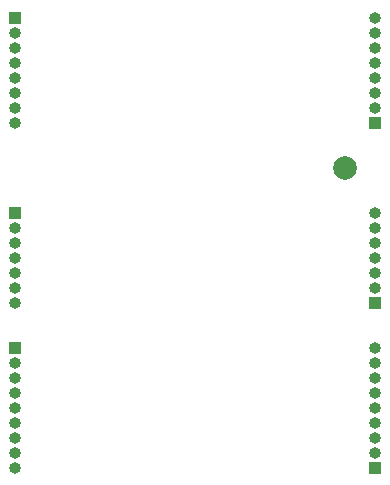
<source format=gbr>
%TF.GenerationSoftware,KiCad,Pcbnew,(5.1.10)-1*%
%TF.CreationDate,2021-12-23T09:49:10-08:00*%
%TF.ProjectId,ats-remote,6174732d-7265-46d6-9f74-652e6b696361,rev?*%
%TF.SameCoordinates,Original*%
%TF.FileFunction,Copper,L2,Bot*%
%TF.FilePolarity,Positive*%
%FSLAX46Y46*%
G04 Gerber Fmt 4.6, Leading zero omitted, Abs format (unit mm)*
G04 Created by KiCad (PCBNEW (5.1.10)-1) date 2021-12-23 09:49:10*
%MOMM*%
%LPD*%
G01*
G04 APERTURE LIST*
%TA.AperFunction,ComponentPad*%
%ADD10O,1.000000X1.000000*%
%TD*%
%TA.AperFunction,ComponentPad*%
%ADD11R,1.000000X1.000000*%
%TD*%
%TA.AperFunction,ViaPad*%
%ADD12C,2.000000*%
%TD*%
G04 APERTURE END LIST*
D10*
%TO.P,J6,9*%
%TO.N,YIC_GND_5*%
X172720000Y-110490000D03*
%TO.P,J6,8*%
%TO.N,Net-(J6-Pad8)*%
X172720000Y-111760000D03*
%TO.P,J6,7*%
%TO.N,Net-(J6-Pad7)*%
X172720000Y-113030000D03*
%TO.P,J6,6*%
%TO.N,YIC_GND_4*%
X172720000Y-114300000D03*
%TO.P,J6,5*%
%TO.N,YIC_VCC_RF*%
X172720000Y-115570000D03*
%TO.P,J6,4*%
%TO.N,Net-(J6-Pad4)*%
X172720000Y-116840000D03*
%TO.P,J6,3*%
%TO.N,YIC_GND_3*%
X172720000Y-118110000D03*
%TO.P,J6,2*%
%TO.N,YIC_RF_IN*%
X172720000Y-119380000D03*
D11*
%TO.P,J6,1*%
%TO.N,YIC_GND_2*%
X172720000Y-120650000D03*
%TD*%
D10*
%TO.P,J5,9*%
%TO.N,Net-(J5-Pad9)*%
X142240000Y-120650000D03*
%TO.P,J5,8*%
%TO.N,YIC_VCC_3.3V*%
X142240000Y-119380000D03*
%TO.P,J5,7*%
%TO.N,Net-(J5-Pad7)*%
X142240000Y-118110000D03*
%TO.P,J5,6*%
%TO.N,Net-(J5-Pad6)*%
X142240000Y-116840000D03*
%TO.P,J5,5*%
%TO.N,Net-(J5-Pad5)*%
X142240000Y-115570000D03*
%TO.P,J5,4*%
%TO.N,YIC_PPS*%
X142240000Y-114300000D03*
%TO.P,J5,3*%
%TO.N,YIC_RXD*%
X142240000Y-113030000D03*
%TO.P,J5,2*%
%TO.N,YIC_TXD*%
X142240000Y-111760000D03*
D11*
%TO.P,J5,1*%
%TO.N,YIC_GND_1*%
X142240000Y-110490000D03*
%TD*%
D10*
%TO.P,J4,7*%
%TO.N,PIC_VSS*%
X172720000Y-99060000D03*
%TO.P,J4,6*%
%TO.N,PIC_RA0*%
X172720000Y-100330000D03*
%TO.P,J4,5*%
%TO.N,PIC_RA1*%
X172720000Y-101600000D03*
%TO.P,J4,4*%
%TO.N,PIC_RA2*%
X172720000Y-102870000D03*
%TO.P,J4,3*%
%TO.N,PIC_RC0*%
X172720000Y-104140000D03*
%TO.P,J4,2*%
%TO.N,PIC_RC1*%
X172720000Y-105410000D03*
D11*
%TO.P,J4,1*%
%TO.N,PIC_RC2*%
X172720000Y-106680000D03*
%TD*%
D10*
%TO.P,J3,7*%
%TO.N,PIC_RC3*%
X142240000Y-106680000D03*
%TO.P,J3,6*%
%TO.N,PIC_RC4*%
X142240000Y-105410000D03*
%TO.P,J3,5*%
%TO.N,PIC_RC5*%
X142240000Y-104140000D03*
%TO.P,J3,4*%
%TO.N,PIC_RA3*%
X142240000Y-102870000D03*
%TO.P,J3,3*%
%TO.N,PIC_RA4*%
X142240000Y-101600000D03*
%TO.P,J3,2*%
%TO.N,PIC_RA5*%
X142240000Y-100330000D03*
D11*
%TO.P,J3,1*%
%TO.N,PIC_VDD*%
X142240000Y-99060000D03*
%TD*%
D10*
%TO.P,J2,8*%
%TO.N,LORA_DIO2*%
X172720000Y-82550000D03*
%TO.P,J2,7*%
%TO.N,LORA_DIO1*%
X172720000Y-83820000D03*
%TO.P,J2,6*%
%TO.N,LORA_DIO0*%
X172720000Y-85090000D03*
%TO.P,J2,5*%
%TO.N,LORA_3.3V*%
X172720000Y-86360000D03*
%TO.P,J2,4*%
%TO.N,LORA_DIO4*%
X172720000Y-87630000D03*
%TO.P,J2,3*%
%TO.N,LORA_DIO3*%
X172720000Y-88900000D03*
%TO.P,J2,2*%
%TO.N,LORA_GND_3*%
X172720000Y-90170000D03*
D11*
%TO.P,J2,1*%
%TO.N,LORA_ANT*%
X172720000Y-91440000D03*
%TD*%
D10*
%TO.P,J1,8*%
%TO.N,LORA_GND_2*%
X142240000Y-91440000D03*
%TO.P,J1,7*%
%TO.N,LORA_DIO5*%
X142240000Y-90170000D03*
%TO.P,J1,6*%
%TO.N,LORA_RESET*%
X142240000Y-88900000D03*
%TO.P,J1,5*%
%TO.N,LORA_NSS*%
X142240000Y-87630000D03*
%TO.P,J1,4*%
%TO.N,LORA_SCK*%
X142240000Y-86360000D03*
%TO.P,J1,3*%
%TO.N,LORA_MOSI*%
X142240000Y-85090000D03*
%TO.P,J1,2*%
%TO.N,LORA_MISO*%
X142240000Y-83820000D03*
D11*
%TO.P,J1,1*%
%TO.N,LORA_GND_1*%
X142240000Y-82550000D03*
%TD*%
D12*
%TO.N,LORA_ANT*%
X170180000Y-95250000D03*
%TD*%
M02*

</source>
